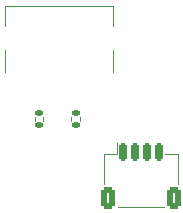
<source format=gbr>
%TF.GenerationSoftware,KiCad,Pcbnew,9.0.1*%
%TF.CreationDate,2025-11-25T19:28:09-05:00*%
%TF.ProjectId,USBCAdapter,55534243-4164-4617-9074-65722e6b6963,rev?*%
%TF.SameCoordinates,Original*%
%TF.FileFunction,Legend,Top*%
%TF.FilePolarity,Positive*%
%FSLAX46Y46*%
G04 Gerber Fmt 4.6, Leading zero omitted, Abs format (unit mm)*
G04 Created by KiCad (PCBNEW 9.0.1) date 2025-11-25 19:28:09*
%MOMM*%
%LPD*%
G01*
G04 APERTURE LIST*
G04 Aperture macros list*
%AMRoundRect*
0 Rectangle with rounded corners*
0 $1 Rounding radius*
0 $2 $3 $4 $5 $6 $7 $8 $9 X,Y pos of 4 corners*
0 Add a 4 corners polygon primitive as box body*
4,1,4,$2,$3,$4,$5,$6,$7,$8,$9,$2,$3,0*
0 Add four circle primitives for the rounded corners*
1,1,$1+$1,$2,$3*
1,1,$1+$1,$4,$5*
1,1,$1+$1,$6,$7*
1,1,$1+$1,$8,$9*
0 Add four rect primitives between the rounded corners*
20,1,$1+$1,$2,$3,$4,$5,0*
20,1,$1+$1,$4,$5,$6,$7,0*
20,1,$1+$1,$6,$7,$8,$9,0*
20,1,$1+$1,$8,$9,$2,$3,0*%
G04 Aperture macros list end*
%ADD10C,0.120000*%
%ADD11C,4.700000*%
%ADD12C,0.650000*%
%ADD13R,0.600000X1.240000*%
%ADD14R,0.300000X1.240000*%
%ADD15O,1.000000X2.100000*%
%ADD16O,1.000000X1.800000*%
%ADD17RoundRect,0.135000X-0.185000X0.135000X-0.185000X-0.135000X0.185000X-0.135000X0.185000X0.135000X0*%
%ADD18RoundRect,0.150000X-0.150000X-0.625000X0.150000X-0.625000X0.150000X0.625000X-0.150000X0.625000X0*%
%ADD19RoundRect,0.250000X-0.350000X-0.650000X0.350000X-0.650000X0.350000X0.650000X-0.350000X0.650000X0*%
G04 APERTURE END LIST*
D10*
%TO.C,J1*%
X54126461Y-40129823D02*
X63286461Y-40129823D01*
X54126461Y-41834823D02*
X54126461Y-40129823D01*
X54126461Y-43844823D02*
X54126461Y-45764823D01*
X63286461Y-40129823D02*
X63286461Y-41834823D01*
X63286461Y-45764823D02*
X63286461Y-43844823D01*
%TO.C,R1*%
X59720000Y-49546359D02*
X59720000Y-49853641D01*
X60480000Y-49546359D02*
X60480000Y-49853641D01*
%TO.C,R2*%
X56620000Y-49546359D02*
X56620000Y-49853641D01*
X57380000Y-49546359D02*
X57380000Y-49853641D01*
%TO.C,J4*%
X62527002Y-52721186D02*
X63577002Y-52721186D01*
X62527002Y-55221186D02*
X62527002Y-52721186D01*
X63577002Y-52721186D02*
X63577002Y-51731186D01*
X63697002Y-57191186D02*
X67577002Y-57191186D01*
X68747002Y-52721186D02*
X67697002Y-52721186D01*
X68747002Y-55221186D02*
X68747002Y-52721186D01*
%TD*%
%LPC*%
D11*
%TO.C,H2*%
X56000000Y-55000000D03*
%TD*%
D12*
%TO.C,J1*%
X61596461Y-46519823D03*
X55816461Y-46519823D03*
D13*
X61906461Y-47639823D03*
X61106461Y-47639823D03*
D14*
X59956461Y-47639823D03*
X58956461Y-47639823D03*
X58456461Y-47639823D03*
X57456461Y-47639823D03*
D13*
X56306461Y-47639823D03*
X55506461Y-47639823D03*
X55506461Y-47639823D03*
X56306461Y-47639823D03*
D14*
X56956461Y-47639823D03*
X57956461Y-47639823D03*
X59456461Y-47639823D03*
X60456461Y-47639823D03*
D13*
X61106461Y-47639823D03*
X61906461Y-47639823D03*
D15*
X63026461Y-47039823D03*
D16*
X63026461Y-42839823D03*
D15*
X54386461Y-47039823D03*
D16*
X54386461Y-42839823D03*
%TD*%
D17*
%TO.C,R1*%
X60100000Y-49190000D03*
X60100000Y-50210000D03*
%TD*%
%TO.C,R2*%
X57000000Y-49190000D03*
X57000000Y-50210000D03*
%TD*%
D18*
%TO.C,J4*%
X64137002Y-52506186D03*
X65137002Y-52506186D03*
X66137002Y-52506186D03*
X67137002Y-52506186D03*
D19*
X62837002Y-56381186D03*
X68437002Y-56381186D03*
%TD*%
D11*
%TO.C,H1*%
X67000000Y-43000000D03*
%TD*%
%LPD*%
M02*

</source>
